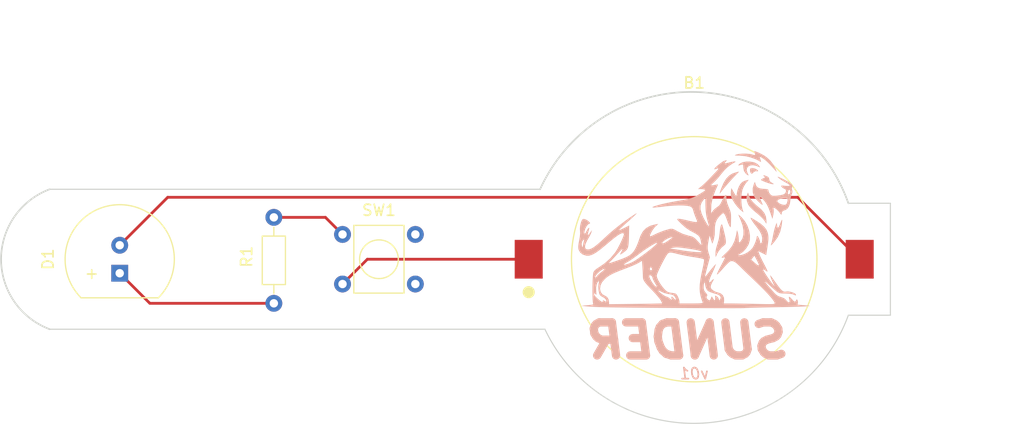
<source format=kicad_pcb>
(kicad_pcb (version 20211014) (generator pcbnew)
  (title_block (title "Simple Led Torch") (date "2022-01-30") (rev "v02") (company "SELF") (comment 1 "Author: Sunder"))
  (layers (0 "F.Cu" signal) (31 "B.Cu" signal) (34 "B.Paste" user) (35 "F.Paste" user) (36 "B.SilkS" user "B.Silkscreen") (37 "F.SilkS" user "F.Silkscreen") (38 "B.Mask" user) (39 "F.Mask" user) (44 "Edge.Cuts" user))
  (net 0 "")
  (net 1 "Net-(B1-Pad1)")
  (net 2 "Net-(B1-Pad2)")
  (net 3 "Net-(D1-Pad1)")
  (net 4 "Net-(R1-Pad2)")
  (footprint "simple_led_torch:DPST_L6.5mm_D4.5mm" (layer "F.Cu") (at 95.885 134.62)
    (fp_text reference "SW1" (at 0 -4.445 unlocked) (layer "F.SilkS"))
    (fp_text value "DPST_Push_Button")
    (fp_rect (start -2.275 -3.075) (end 2.275 3.075) (layer "F.SilkS") (width 0.12) (fill none))
    (fp_circle (center 0 0) (end 0.725 1.6) (layer "F.SilkS") (width 0.12) (fill none))
    (pad "1" thru_hole circle (at -3.3 -2.25) (size 1.524 1.524) (drill 0.762) (layers *.Cu *.Mask) (net 4 "Net-(R1-Pad2)"))
    (pad "2" thru_hole circle (at -3.3 2.25) (size 1.524 1.524) (drill 0.762) (layers *.Cu *.Mask) (net 1 "Net-(B1-Pad1)"))
    (pad "3" thru_hole circle (at 3.3 -2.25) (size 1.524 1.524) (drill 0.762) (layers *.Cu *.Mask))
    (pad "4" thru_hole circle (at 3.3 2.25) (size 1.524 1.524) (drill 0.762) (layers *.Cu *.Mask))
  )
  (footprint "simple_led_torch:LED_L10mm_D2.54mm" (layer "F.Cu") (at 72.39 134.62 90)
    (fp_text reference "D1" (at 0 -6.5 90 unlocked) (layer "F.SilkS"))
    (fp_text value "Led")
    (fp_line (start -3.5 -3.5) (end -3.5 3.5) (layer "F.SilkS") (width 0.12))
    (fp_arc (start -3.5 -3.5) (mid 4.949747 0) (end -3.5 3.5) (layer "F.SilkS") (width 0.12))
    (pad "1" thru_hole rect (at -1.27 0 90) (size 1.524 1.524) (drill 0.762) (layers *.Cu *.Mask) (net 3 "Net-(D1-Pad1)"))
    (pad "2" thru_hole circle (at 1.27 0 90) (size 1.524 1.524) (drill 0.762) (layers *.Cu *.Mask) (net 2 "Net-(B1-Pad2)"))
  )
  (footprint "simple_led_torch:2032_Battery_Holder" (layer "F.Cu") (at 124.46 134.62)
    (fp_text reference "B1" (at 0 -16 unlocked) (layer "F.SilkS"))
    (fp_text value "Battery_Cell")
    (fp_circle (center 0 0) (end 11.125 0) (layer "F.SilkS") (width 0.12) (fill none))
    (fp_circle (center -15 2.99) (end -14.5 2.99) (layer "F.SilkS") (width 0.1) (fill solid))
    (pad "1" smd rect (at -15 0) (size 2.54 3.51) (layers "F.Cu" "F.Paste" "F.Mask") (net 1 "Net-(B1-Pad1)"))
    (pad "2" smd rect (at 15 0) (size 2.54 3.51) (layers "F.Cu" "F.Paste" "F.Mask") (net 2 "Net-(B1-Pad2)"))
  )
  (footprint "simple_led_torch:R_Axial_L8mm_D2.5mm_Horizontal" (layer "F.Cu") (at 86.36 138.62 90)
    (fp_text reference "R1" (at 4.23 -2.47 90 unlocked) (layer "F.SilkS"))
    (fp_text value "330")
    (fp_line (start 6.1 0) (end 6.9 0) (layer "F.SilkS") (width 0.12))
    (fp_line (start 1.7 0) (end 0.9 0) (layer "F.SilkS") (width 0.12))
    (fp_rect (start 1.7 -1.05) (end 6.1 1.05) (layer "F.SilkS") (width 0.12) (fill none))
    (pad "1" thru_hole circle (at 0 0 90) (size 1.524 1.524) (drill 0.762) (layers *.Cu *.Mask) (net 3 "Net-(D1-Pad1)"))
    (pad "2" thru_hole circle (at 7.8 0 90) (size 1.524 1.524) (drill 0.762) (layers *.Cu *.Mask) (net 4 "Net-(R1-Pad2)"))
  )
  (footprint "Logo:Lion_Logo" (layer "B.Cu") (at 125 132 180)
    (fp_text reference "G***")
    (fp_text value "LOGO" hide)
    (fp_poly (pts (xy -2.356583 6.360018) (xy -2.235998 6.32509) (xy -2.191421 6.318719) (xy -2.104896 6.28074) (xy -1.955511 6.182471) (xy -1.773332 6.047411) (xy -1.588423 5.899059) (xy -1.430849 5.760915) (xy -1.330676 5.656479) (xy -1.315816 5.634322) (xy -1.278221 5.547919) (xy -1.318059 5.537079) (xy -1.409985 5.568873) (xy -1.58008 5.622313) (xy -1.65035 5.61216) (xy -1.621471 5.533907) (xy -1.494123 5.383046) (xy -1.445619 5.332048) (xy -1.258861 5.137253) (xy -1.031834 4.898484) (xy -0.809662 4.663218) (xy -0.78202 4.633802) (xy -0.564089 4.411909) (xy -0.33196 4.191642) (xy -0.130647 4.015477) (xy -0.103865 3.993872) (xy 0.198921 3.753694) (xy -0.041303 3.749297) (xy -0.23192 3.734472) (xy -0.384493 3.70389) (xy -0.399373 3.698624) (xy -0.451091 3.663425) (xy -0.428078 3.61263) (xy -0.316581 3.528896) (xy -0.211688 3.461976) (xy 0.078983 3.283445) (xy 0.324608 3.142652) (xy 0.548787 3.03165) (xy 0.775124 2.942495) (xy 1.027219 2.867242) (xy 1.328675 2.797944) (xy 1.703093 2.726655) (xy 2.174076 2.645431) (xy 2.253509 2.632068) (xy 2.636842 2.562754) (xy 3.013611 2.485776) (xy 3.369474 2.405166) (xy 3.690092 2.324956) (xy 3.961124 2.24918) (xy 4.16823 2.181869) (xy 4.297069 2.127056) (xy 4.333301 2.088773) (xy 4.262585 2.071054) (xy 4.25021 2.070598) (xy 4.097719 2.076476) (xy 3.857032 2.097079) (xy 3.563755 2.128987) (xy 3.311786 2.160809) (xy 2.836996 2.214163) (xy 2.365395 2.248003) (xy 1.919851 2.26223) (xy 1.523231 2.256746) (xy 1.198401 2.231451) (xy 0.968229 2.186246) (xy 0.926469 2.171118) (xy 0.769049 2.084675) (xy 0.679827 1.964527) (xy 0.628602 1.803377) (xy 0.560198 1.569357) (xy 0.45475 1.27871) (xy 0.30303 0.906347) (xy 0.270193 0.82894) (xy 0.284784 0.770354) (xy 0.399601 0.754149) (xy 0.619375 0.780747) (xy 0.948836 0.850572) (xy 1.19297 0.91128) (xy 1.473941 0.977733) (xy 1.726438 1.026509) (xy 1.915346 1.051365) (xy 1.984994 1.052044) (xy 2.057993 1.038971) (xy 2.084406 1.010233) (xy 2.054385 0.949148) (xy 1.958084 0.839036) (xy 1.785654 0.663219) (xy 1.711922 0.589489) (xy 1.371301 0.280543) (xy 1.015951 0.030392) (xy 0.691175 -0.151468) (xy 0.395025 -0.312799) (xy 0.192694 -0.452622) (xy 0.062457 -0.597448) (xy -0.017408 -0.773789) (xy -0.068624 -1.008155) (xy -0.081807 -1.094828) (xy -0.11781 -1.345074) (xy 0.238263 -0.960258) (xy 0.420957 -0.768597) (xy 0.562587 -0.646565) (xy 0.634257 -0.607852) (xy 2.471182 -0.607852) (xy 2.627586 -0.733587) (xy 2.889756 -0.931461) (xy 3.115186 -1.077109) (xy 3.289917 -1.163938) (xy 3.399989 -1.185355) (xy 3.415033 -1.161158) (xy 3.904018 -1.161158) (xy 3.981097 -1.258517) (xy 4.13336 -1.406506) (xy 4.347949 -1.593443) (xy 4.612004 -1.807646) (xy 4.912667 -2.037434) (xy 4.942365 -2.059428) (xy 5.322569 -2.338039) (xy 5.622226 -2.551444) (xy 5.859659 -2.711117) (xy 6.053194 -2.828531) (xy 6.221155 -2.915161) (xy 6.381867 -2.982481) (xy 6.463505 -3.011889) (xy 6.721435 -3.0927) (xy 6.872234 -3.121687) (xy 6.913492 -3.100757) (xy 6.842801 -3.031817) (xy 6.657751 -2.916776) (xy 6.61426 -2.892503) (xy 6.391571 -2.757387) (xy 6.110626 -2.568952) (xy 5.809618 -2.353588) (xy 5.561655 -2.165252) (xy 5.288054 -1.959025) (xy 4.991667 -1.749923) (xy 4.693586 -1.551255) (xy 4.4149 -1.376332) (xy 4.176702 -1.238462) (xy 4.000082 -1.150956) (xy 3.914981 -1.126109) (xy 3.904018 -1.161158) (xy 3.415033 -1.161158) (xy 3.431442 -1.134765) (xy 3.42551 -1.110468) (xy 3.345665 -1.007841) (xy 3.18791 -0.885265) (xy 2.991287 -0.767263) (xy 2.794838 -0.678357) (xy 2.690148 -0.648584) (xy 2.471182 -0.607852) (xy 0.634257 -0.607852) (xy 0.704688 -0.569808) (xy 0.888797 -0.51397) (xy 1.068299 -0.473561) (xy 1.586393 -0.310321) (xy 2.030362 -0.093525) (xy 2.269162 0.039177) (xy 2.43396 0.116871) (xy 2.557822 0.149299) (xy 2.673813 0.146202) (xy 2.776348 0.12624) (xy 3.283567 -0.019919) (xy 3.820227 -0.229513) (xy 4.120035 -0.370812) (xy 4.318766 -0.465414) (xy 4.470416 -0.52691) (xy 4.544587 -0.5431) (xy 4.546397 -0.541945) (xy 4.549437 -0.459089) (xy 4.493317 -0.307336) (xy 4.394974 -0.117112) (xy 4.271345 0.081158) (xy 4.139367 0.257046) (xy 4.04805 0.353316) (xy 3.79431 0.582555) (xy 4.07117 0.538589) (xy 4.526212 0.41869) (xy 4.895921 0.213157) (xy 5.188087 -0.085112) (xy 5.410501 -0.483223) (xy 5.515288 -0.778263) (xy 5.61795 -1.075995) (xy 5.751686 -1.402429) (xy 5.864089 -1.639905) (xy 6.009272 -1.884353) (xy 6.177746 -2.0846) (xy 6.390484 -2.255287) (xy 6.668457 -2.411052) (xy 7.032639 -2.566533) (xy 7.367068 -2.689) (xy 7.733301 -2.817418) (xy 7.993074 -2.906533) (xy 8.158407 -2.957266) (xy 8.241322 -2.970537) (xy 8.25384 -2.947264) (xy 8.207983 -2.888368) (xy 8.115772 -2.794768) (xy 8.063025 -2.742239) (xy 7.881592 -2.55489) (xy 7.663767 -2.321756) (xy 7.455092 -2.091619) (xy 7.444828 -2.080065) (xy 7.280537 -1.901381) (xy 7.144937 -1.765797) (xy 7.060791 -1.695673) (xy 7.048469 -1.690711) (xy 7.046375 -1.738242) (xy 7.096909 -1.862045) (xy 7.154376 -1.972172) (xy 7.233567 -2.119854) (xy 7.255351 -2.19078) (xy 7.20837 -2.18558) (xy 7.081263 -2.104883) (xy 6.913054 -1.985528) (xy 6.759454 -1.867006) (xy 6.646406 -1.749917) (xy 6.567139 -1.612515) (xy 6.514881 -1.433056) (xy 6.482863 -1.189791) (xy 6.464313 -0.860977) (xy 6.454409 -0.512485) (xy 6.432475 0.445228) (xy 6.882501 0.218599) (xy 7.094472 0.116523) (xy 7.260065 0.045545) (xy 7.35112 0.017449) (xy 7.359548 0.018989) (xy 7.324851 0.067493) (xy 7.21134 0.183308) (xy 7.034507 0.351513) (xy 6.809845 0.557191) (xy 6.6806 0.672811) (xy 6.422247 0.90408) (xy 6.1886 1.116718) (xy 5.999962 1.291993) (xy 5.876636 1.411171) (xy 5.849507 1.439646) (xy 5.724384 1.579679) (xy 5.915776 1.462376) (xy 6.335217 1.188622) (xy 6.809408 0.851504) (xy 7.305182 0.476685) (xy 7.789368 0.089829) (xy 8.228798 -0.2834) (xy 8.537563 -0.566164) (xy 8.947609 -0.951099) (xy 9.28687 -1.249314) (xy 9.56618 -1.468923) (xy 9.796375 -1.618041) (xy 9.988291 -1.704783) (xy 10.092721 -1.730782) (xy 10.292515 -1.724811) (xy 10.408055 -1.633312) (xy 10.438952 -1.463618) (xy 10.384812 -1.223063) (xy 10.245244 -0.918979) (xy 10.213529 -0.864918) (xy 10.514568 -0.864918) (xy 10.534037 -0.938424) (xy 10.574111 -1.106404) (xy 10.612787 -1.312937) (xy 10.617288 -1.341381) (xy 10.643696 -1.490608) (xy 10.66689 -1.528603) (xy 10.699174 -1.46829) (xy 10.710237 -1.439013) (xy 10.73895 -1.262085) (xy 10.727657 -1.118581) (xy 10.664039 -0.959945) (xy 10.589317 -0.864545) (xy 10.520815 -0.819222) (xy 10.514568 -0.864918) (xy 10.213529 -0.864918) (xy 10.145196 -0.748438) (xy 10.015287 -0.524214) (xy 9.910946 -0.314949) (xy 9.853484 -0.163643) (xy 9.851784 -0.156404) (xy 9.810594 0.03128) (xy 9.936433 -0.165219) (xy 10.039811 -0.308157) (xy 10.129064 -0.402172) (xy 10.138975 -0.409123) (xy 10.183333 -0.413004) (xy 10.186566 -0.336519) (xy 10.147078 -0.166856) (xy 10.081606 0.051076) (xy 10.051461 0.195231) (xy 10.075251 0.240868) (xy 10.139273 0.194737) (xy 10.229829 0.063588) (xy 10.290621 -0.051905) (xy 10.391519 -0.232441) (xy 10.462461 -0.30245) (xy 10.496285 -0.26094) (xy 10.48583 -0.106922) (xy 10.480774 -0.078202) (xy 10.405309 0.171056) (xy 10.287109 0.392335) (xy 10.148864 0.54888) (xy 10.063958 0.597018) (xy 9.980936 0.630038) (xy 9.979964 0.675806) (xy 10.06292 0.771909) (xy 10.073244 0.782903) (xy 10.252661 0.932216) (xy 10.438651 1.020944) (xy 10.59651 1.035774) (xy 10.658861 1.007531) (xy 10.744855 0.879039) (xy 10.82064 0.667721) (xy 10.87673 0.415874) (xy 10.90364 0.165793) (xy 10.892797 -0.035574) (xy 10.878605 -0.260969) (xy 10.908502 -0.573627) (xy 10.966322 -0.903579) (xy 11.023128 -1.211412) (xy 11.050228 -1.430821) (xy 11.049554 -1.594437) (xy 11.02304 -1.734894) (xy 11.016838 -1.756365) (xy 10.879088 -2.009263) (xy 10.647506 -2.192441) (xy 10.339935 -2.292614) (xy 10.286985 -2.299814) (xy 10.083716 -2.298809) (xy 9.866539 -2.245233) (xy 9.621358 -2.131213) (xy 9.33408 -1.948879) (xy 8.990608 -1.690359) (xy 8.576847 -1.347783) (xy 8.566827 -1.339225) (xy 8.127244 -0.969305) (xy 7.769124 -0.681789) (xy 7.4844 -0.471674) (xy 7.265006 -0.333957) (xy 7.102873 -0.263633) (xy 6.989936 -0.2557) (xy 6.918127 -0.305154) (xy 6.912756 -0.313291) (xy 6.918237 -0.401977) (xy 6.974579 -0.575648) (xy 7.070624 -0.810622) (xy 7.195211 -1.083214) (xy 7.337181 -1.369739) (xy 7.485375 -1.646514) (xy 7.628635 -1.889854) (xy 7.721447 -2.02964) (xy 8.148831 -2.536341) (xy 8.667748 -2.997597) (xy 9.15784 -3.332683) (xy 9.424982 -3.509282) (xy 9.593138 -3.664467) (xy 9.673973 -3.794973) (xy 9.701642 -3.921691) (xy 9.724433 -4.142959) (xy 9.742196 -4.436278) (xy 9.754785 -4.779146) (xy 9.762051 -5.149064) (xy 9.763845 -5.523531) (xy 9.76002 -5.880047) (xy 9.750428 -6.19611) (xy 9.734919 -6.449221) (xy 9.713347 -6.616878) (xy 9.692924 -6.673185) (xy 9.701707 -6.710386) (xy 9.813727 -6.743358) (xy 10.037589 -6.774055) (xy 10.209057 -6.790466) (xy 10.791872 -6.841065) (xy 10.416503 -6.885096) (xy 10.22244 -6.902762) (xy 9.935197 -6.922402) (xy 9.586657 -6.942135) (xy 9.208703 -6.960078) (xy 9.008867 -6.968163) (xy 8.789588 -6.974547) (xy 8.468749 -6.981165) (xy 8.056373 -6.987949) (xy 7.562484 -6.994835) (xy 6.997107 -7.001755) (xy 6.370263 -7.008644) (xy 5.691978 -7.015436) (xy 4.972274 -7.022064) (xy 4.221176 -7.028463) (xy 3.448706 -7.034566) (xy 2.664889 -7.040307) (xy 1.879748 -7.04562) (xy 1.103307 -7.050439) (xy 0.345589 -7.054697) (xy -0.383382 -7.05833) (xy -1.073583 -7.06127) (xy -1.714989 -7.063451) (xy -2.297577 -7.064808) (xy -2.811324 -7.065274) (xy -3.246205 -7.064783) (xy -3.592198 -7.063269) (xy -3.839279 -7.060666) (xy -3.977424 -7.056908) (xy -4.003941 -7.053998) (xy -4.071171 -7.046598) (xy -4.250383 -7.037731) (xy -4.528448 -7.027767) (xy -4.892239 -7.017077) (xy -5.328628 -7.00603) (xy -5.824488 -6.994996) (xy -6.366689 -6.984344) (xy -6.662808 -6.979076) (xy -7.238689 -6.968253) (xy -7.787533 -6.956152) (xy -8.294063 -6.94324) (xy -8.743002 -6.929982) (xy -9.119074 -6.916845) (xy -9.407002 -6.904294) (xy -9.59151 -6.892797) (xy -9.634483 -6.888395) (xy -9.978571 -6.842812) (xy -9.403006 -6.791906) (xy -8.82744 -6.741001) (xy -8.857289 -6.576782) (xy -8.856962 -6.451407) (xy -8.82426 -6.335237) (xy -8.775976 -6.264068) (xy -8.728903 -6.273698) (xy -8.72156 -6.287439) (xy -8.649282 -6.427566) (xy -8.579637 -6.474149) (xy -8.487508 -6.42519) (xy -8.347779 -6.278694) (xy -8.328093 -6.256158) (xy -8.16556 -6.085919) (xy -8.066992 -6.021711) (xy -8.033137 -6.06355) (xy -8.064743 -6.211454) (xy -8.077934 -6.250753) (xy -8.115695 -6.430632) (xy -8.084472 -6.5174) (xy -8.026989 -6.53857) (xy -7.944723 -6.491389) (xy -7.820209 -6.362555) (xy -7.713021 -6.234471) (xy -7.613241 -6.166094) (xy -7.436939 -6.089002) (xy -7.293494 -6.041358) (xy -7.140787 -5.990794) (xy -7.012148 -5.926858) (xy -6.884194 -5.830708) (xy -6.733544 -5.683505) (xy -6.536813 -5.466408) (xy -6.433784 -5.348664) (xy -6.168659 -5.040346) (xy -5.988929 -4.82218) (xy -5.894244 -4.693192) (xy -5.884254 -4.652409) (xy -5.958609 -4.698857) (xy -6.116959 -4.831564) (xy -6.310179 -5.004927) (xy -6.594417 -5.264335) (xy -6.806968 -5.45263) (xy -6.970117 -5.581316) (xy -7.106146 -5.661897) (xy -7.237337 -5.705877) (xy -7.385975 -5.724761) (xy -7.574342 -5.730052) (xy -7.717534 -5.731511) (xy -8.080064 -5.747478) (xy -8.338688 -5.78683) (xy -8.495017 -5.8426) (xy -8.641004 -5.903116) (xy -8.692333 -5.883271) (xy -8.651143 -5.781984) (xy -8.642569 -5.768202) (xy -8.542189 -5.693146) (xy -8.363512 -5.620943) (xy -8.152951 -5.564608) (xy -7.956919 -5.53716) (xy -7.843897 -5.544193) (xy -7.698102 -5.566843) (xy -7.567682 -5.54653) (xy -7.436414 -5.4705) (xy -7.288074 -5.325995) (xy -7.106439 -5.100261) (xy -6.878503 -4.785104) (xy -6.694906 -4.526865) (xy -6.537518 -4.309793) (xy -6.419888 -4.152247) (xy -6.355565 -4.072586) (xy -6.348172 -4.066503) (xy -6.349587 -4.11842) (xy -6.391085 -4.253715) (xy -6.461321 -4.4417) (xy -6.548946 -4.651689) (xy -6.628025 -4.823325) (xy -6.761939 -5.098769) (xy -6.601237 -4.911084) (xy -6.463227 -4.738553) (xy -6.30263 -4.520481) (xy -6.135006 -4.280342) (xy -5.975913 -4.041613) (xy -5.840911 -3.827768) (xy -5.745559 -3.662283) (xy -5.705415 -3.568632) (xy -5.705608 -3.559776) (xy -5.762285 -3.550179) (xy -5.874986 -3.611477) (xy -5.90122 -3.631215) (xy -6.024062 -3.713363) (xy -6.101542 -3.738687) (xy -6.10744 -3.735582) (xy -6.092436 -3.671142) (xy -6.027529 -3.519903) (xy -5.923218 -3.304643) (xy -5.823951 -3.113341) (xy -5.315478 -3.113341) (xy -5.304239 -3.182601) (xy -5.217233 -3.155167) (xy -5.052757 -3.033225) (xy -4.925044 -2.923467) (xy -4.626196 -2.658867) (xy -4.771684 -2.479543) (xy -4.917171 -2.300219) (xy -5.117453 -2.675985) (xy -5.252649 -2.945198) (xy -5.315478 -3.113341) (xy -5.823951 -3.113341) (xy -5.793929 -3.055483) (xy -5.645368 -2.769495) (xy -5.510406 -2.49567) (xy -5.405727 -2.268662) (xy -5.354596 -2.142914) (xy -5.261152 -1.878065) (xy -5.622176 -2.060309) (xy -5.983199 -2.242553) (xy -6.089021 -1.574848) (xy -6.146378 -1.190839) (xy -6.179386 -0.899518) (xy -6.188801 -0.670996) (xy -6.175383 -0.475384) (xy -6.139889 -0.282792) (xy -6.123494 -0.214937) (xy -6.004204 0.068131) (xy -5.78648 0.343604) (xy -5.461527 0.620662) (xy -5.083128 0.871116) (xy -4.863405 1.00088) (xy -4.690216 1.097411) (xy -4.586441 1.148281) (xy -4.566995 1.151463) (xy -4.605146 1.040212) (xy -4.708391 0.860438) (xy -4.859916 0.638207) (xy -5.042906 0.399584) (xy -5.085242 0.348047) (xy -5.366856 -0.028585) (xy -5.544149 -0.362519) (xy -5.623071 -0.67018) (xy -5.609576 -0.967991) (xy -5.59111 -1.047907) (xy -5.537127 -1.158745) (xy -5.477099 -1.184876) (xy -5.443585 -1.115717) (xy -5.442857 -1.096094) (xy -5.420007 -0.971227) (xy -5.363678 -0.807145) (xy -5.2922 -0.646323) (xy -5.223906 -0.531239) (xy -5.185818 -0.500493) (xy -5.134608 -0.550405) (xy -5.130049 -0.58298) (xy -5.100343 -0.768098) (xy -5.022491 -1.015538) (xy -4.913395 -1.280735) (xy -4.789955 -1.519126) (xy -4.752082 -1.579615) (xy -4.561464 -1.79429) (xy -4.302406 -1.990732) (xy -4.014802 -2.145685) (xy -3.738548 -2.235894) (xy -3.602939 -2.249452) (xy -3.409606 -2.246687) (xy -3.634807 -2.12766) (xy -3.911329 -1.926932) (xy -4.169322 -1.640688) (xy -4.374914 -1.30759) (xy -4.399842 -1.25441) (xy -4.504271 -0.878488) (xy -4.514299 -0.456424) (xy -4.437845 -0.014095) (xy -4.282824 0.422618) (xy -4.057154 0.827838) (xy -3.768751 1.175687) (xy -3.614997 1.311042) (xy -3.449401 1.4413) (xy -3.672338 0.926856) (xy -3.838276 0.455872) (xy -3.920658 0.012716) (xy -3.919854 -0.386747) (xy -3.836238 -0.726654) (xy -3.670181 -0.991138) (xy -3.626323 -1.034301) (xy -3.555687 -1.091847) (xy -3.518587 -1.085511) (xy -3.503402 -0.994641) (xy -3.49864 -0.807357) (xy -3.480393 -0.556428) (xy -3.439737 -0.309989) (xy -3.416137 -0.218966) (xy -3.338442 0.03128) (xy -3.260117 -0.406651) (xy -3.120075 -0.943324) (xy -2.897642 -1.404963) (xy -2.575667 -1.822907) (xy -2.376623 -2.021006) (xy -2.188099 -2.199438) (xy -2.040399 -2.346628) (xy -1.953742 -2.442031) (xy -1.939409 -2.465323) (xy -1.990961 -2.481648) (xy -2.095813 -2.465592) (xy -2.211557 -2.450643) (xy -2.252217 -2.46917) (xy -2.224356 -2.537533) (xy -2.148186 -2.693883) (xy -2.03482 -2.916096) (xy -1.895373 -3.182047) (xy -1.871638 -3.226703) (xy -1.73054 -3.499802) (xy -1.616745 -3.735717) (xy -1.540754 -3.911479) (xy -1.51307 -4.004118) (xy -1.513749 -4.009474) (xy -1.560256 -3.990965) (xy -1.671364 -3.891996) (xy -1.831322 -3.728025) (xy -2.024379 -3.514507) (xy -2.061341 -3.472106) (xy -2.272591 -3.237012) (xy -2.467813 -3.03521) (xy -2.626252 -2.887155) (xy -2.727149 -2.813299) (xy -2.732038 -2.811238) (xy -2.898689 -2.786344) (xy -3.080966 -2.842009) (xy -3.294599 -2.986603) (xy -3.555317 -3.228494) (xy -3.597574 -3.27174) (xy -3.758166 -3.433404) (xy -3.989881 -3.660928) (xy -4.272458 -3.934706) (xy -4.585632 -4.235131) (xy -4.909143 -4.542597) (xy -4.986237 -4.615414) (xy -5.41645 -5.0296) (xy -5.801485 -5.416888) (xy -6.132965 -5.767843) (xy -6.402512 -6.073032) (xy -6.601749 -6.323019) (xy -6.722299 -6.508369) (xy -6.75665 -6.609264) (xy -6.748168 -6.640307) (xy -6.713544 -6.663798) (xy -6.639015 -6.68026) (xy -6.510814 -6.690219) (xy -6.315177 -6.694199) (xy -6.038339 -6.692725) (xy -5.666535 -6.686322) (xy -5.186 -6.675514) (xy -5.083128 -6.673051) (xy -4.596505 -6.661903) (xy -4.113868 -6.651888) (xy -3.660703 -6.643458) (xy -3.262497 -6.637064) (xy -2.944736 -6.633159) (xy -2.774303 -6.632135) (xy -2.139 -6.631528) (xy -2.172006 -6.385449) (xy -2.157637 -6.107984) (xy -2.130664 -6.051253) (xy -1.857845 -6.051253) (xy -1.84988 -6.157299) (xy -1.813586 -6.240772) (xy -1.754236 -6.350593) (xy -1.722575 -6.354214) (xy -1.703085 -6.287439) (xy -1.647719 -6.141197) (xy -1.609374 -6.080698) (xy -1.496069 -5.979573) (xy -1.437617 -5.942655) (xy -1.363647 -5.920239) (xy -1.35273 -5.986625) (xy -1.361363 -6.038869) (xy -1.368345 -6.202364) (xy -1.349477 -6.298523) (xy -1.312378 -6.349632) (xy -1.258047 -6.311604) (xy -1.179316 -6.193255) (xy -1.050219 -5.980972) (xy -0.962893 -6.18866) (xy -0.899043 -6.322262) (xy -0.8412 -6.357706) (xy -0.751492 -6.314012) (xy -0.734951 -6.303137) (xy -0.612227 -6.1807) (xy -0.570143 -6.049773) (xy -0.619501 -5.947866) (xy -0.630462 -5.940355) (xy -0.657836 -5.882271) (xy -0.602868 -5.776649) (xy -0.511494 -5.664795) (xy -0.380132 -5.48813) (xy -0.323312 -5.315942) (xy -0.313766 -5.143513) (xy -0.326696 -4.94649) (xy -0.358204 -4.793233) (xy -0.375369 -4.75468) (xy -0.418812 -4.712108) (xy -0.435613 -4.777716) (xy -0.436973 -4.831616) (xy -0.461219 -5.000747) (xy -0.52009 -5.205104) (xy -0.537647 -5.251609) (xy -0.617228 -5.409691) (xy -0.725932 -5.513624) (xy -0.905572 -5.599949) (xy -0.959938 -5.620642) (xy -1.184232 -5.698205) (xy -1.394485 -5.761665) (xy -1.47935 -5.782889) (xy -1.656588 -5.851795) (xy -1.786444 -5.94715) (xy -1.857845 -6.051253) (xy -2.130664 -6.051253) (xy -2.047461 -5.876252) (xy -1.858255 -5.716134) (xy -1.703899 -5.663279) (xy -1.43557 -5.584474) (xy -1.199397 -5.463203) (xy -1.027814 -5.319722) (xy -0.957384 -5.197076) (xy -0.961298 -5.02793) (xy -1.051321 -4.802071) (xy -1.084485 -4.740464) (xy -1.196461 -4.531224) (xy -1.239761 -4.422752) (xy -1.212956 -4.410301) (xy -1.114617 -4.489121) (xy -1.032266 -4.566995) (xy -0.901598 -4.690668) (xy -0.837151 -4.733174) (xy -0.815516 -4.700653) (xy -0.8133 -4.624424) (xy -0.839907 -4.496629) (xy -0.910489 -4.296078) (xy -1.011191 -4.06097) (xy -1.039011 -4.002176) (xy -1.158504 -3.745708) (xy -1.266843 -3.497566) (xy -1.34315 -3.305825) (xy -1.350687 -3.284483) (xy -1.436651 -3.034237) (xy -1.210519 -3.284483) (xy -1.051588 -3.469918) (xy -0.863944 -3.702449) (xy -0.711159 -3.901341) (xy -0.58077 -4.066902) (xy -0.484214 -4.171608) (xy -0.439197 -4.196691) (xy -0.437931 -4.190977) (xy -0.453297 -4.104998) (xy -0.495432 -3.92271) (xy -0.558392 -3.668576) (xy -0.636234 -3.367058) (xy -0.659944 -3.277259) (xy -0.814435 -2.695002) (xy -0.351581 -2.695002) (xy -0.341204 -2.854842) (xy -0.297057 -3.111291) (xy -0.229733 -3.42369) (xy -0.101842 -4.014348) (xy -0.012272 -4.508009) (xy 0.038972 -4.926785) (xy 0.051886 -5.292792) (xy 0.026463 -5.628143) (xy -0.0373 -5.954953) (xy -0.139409 -6.295336) (xy -0.230443 -6.545035) (xy -0.223743 -6.577116) (xy -0.165202 -6.600438) (xy -0.039619 -6.616267) (xy 0.16821 -6.625873) (xy 0.473485 -6.630523) (xy 0.806607 -6.631528) (xy 1.876847 -6.631528) (xy 1.876847 -6.627707) (xy 3.444733 -6.627707) (xy 4.209189 -6.645258) (xy 4.490816 -6.65094) (xy 4.869341 -6.657432) (xy 5.316545 -6.664312) (xy 5.804207 -6.671158) (xy 6.304108 -6.67755) (xy 6.615887 -6.68119) (xy 8.258128 -6.699572) (xy 8.258128 -6.549762) (xy 8.282031 -6.39242) (xy 8.508374 -6.39242) (xy 8.51723 -6.468565) (xy 8.566206 -6.467044) (xy 8.664778 -6.406809) (xy 8.774485 -6.34175) (xy 8.815576 -6.349481) (xy 8.821182 -6.405367) (xy 8.838478 -6.493312) (xy 8.855147 -6.506404) (xy 8.945149 -6.465771) (xy 9.090328 -6.362023) (xy 9.259295 -6.222391) (xy 9.420662 -6.074105) (xy 9.543039 -5.944396) (xy 9.594078 -5.865379) (xy 9.610369 -5.731731) (xy 9.569008 -5.704738) (xy 9.4797 -5.79063) (xy 9.479028 -5.791513) (xy 9.430301 -5.845376) (xy 9.40793 -5.828502) (xy 9.408135 -5.722596) (xy 9.425048 -5.530404) (xy 9.430462 -5.201564) (xy 9.384158 -4.915312) (xy 9.292813 -4.702514) (xy 9.230691 -4.631929) (xy 9.182321 -4.607285) (xy 9.174045 -4.661822) (xy 9.203171 -4.815678) (xy 9.205036 -4.824) (xy 9.233184 -5.114948) (xy 9.210512 -5.449123) (xy 9.142501 -5.758009) (xy 9.126719 -5.803356) (xy 9.031904 -5.931231) (xy 8.90064 -6.018778) (xy 8.659848 -6.153557) (xy 8.529628 -6.302201) (xy 8.508374 -6.39242) (xy 8.282031 -6.39242) (xy 8.301933 -6.261417) (xy 8.427937 -6.051906) (xy 8.606243 -5.942021) (xy 8.857171 -5.800515) (xy 9.016688 -5.581023) (xy 9.071429 -5.307288) (xy 9.028562 -4.991121) (xy 8.891045 -4.706052) (xy 8.645501 -4.425336) (xy 8.617096 -4.398865) (xy 8.438269 -4.247786) (xy 8.239516 -4.110185) (xy 8.001563 -3.976335) (xy 7.705135 -3.83651) (xy 7.330958 -3.680982) (xy 6.859756 -3.500026) (xy 6.847181 -3.495336) (xy 8.666765 -3.495336) (xy 8.690088 -3.551239) (xy 8.794811 -3.656253) (xy 8.976232 -3.799801) (xy 8.98744 -3.80795) (xy 9.165996 -3.952213) (xy 9.317177 -4.099475) (xy 9.36281 -4.15458) (xy 9.455975 -4.276725) (xy 9.498095 -4.305441) (xy 9.509122 -4.250325) (xy 9.50936 -4.225084) (xy 9.460636 -4.099003) (xy 9.332733 -3.935902) (xy 9.153053 -3.764305) (xy 8.948997 -3.612737) (xy 8.883115 -3.573174) (xy 8.72954 -3.499122) (xy 8.666765 -3.495336) (xy 6.847181 -3.495336) (xy 6.768358 -3.465939) (xy 6.426585 -3.334057) (xy 6.101104 -3.199774) (xy 5.822144 -3.076159) (xy 5.619934 -2.976283) (xy 5.571179 -2.948307) (xy 5.273046 -2.764864) (xy 5.232828 -3.331452) (xy 5.214248 -3.624845) (xy 5.200214 -3.906701) (xy 5.193064 -4.127928) (xy 5.192611 -4.175939) (xy 5.184493 -4.319032) (xy 5.152659 -4.452372) (xy 5.085884 -4.592462) (xy 4.972946 -4.755803) (xy 4.802623 -4.958897) (xy 4.56369 -5.218248) (xy 4.288437 -5.505419) (xy 4.05109 -5.759296) (xy 3.838534 -6.002447) (xy 3.670166 -6.211543) (xy 3.56538 -6.363255) (xy 3.548829 -6.395011) (xy 3.444733 -6.627707) (xy 1.876847 -6.627707) (xy 1.876847 -6.48031) (xy 1.905104 -6.303487) (xy 1.908634 -6.293456) (xy 2.205841 -6.293456) (xy 2.249741 -6.30428) (xy 2.348648 -6.211024) (xy 2.388517 -6.162316) (xy 2.510019 -6.037426) (xy 2.589321 -6.013915) (xy 2.613354 -6.091269) (xy 2.599807 -6.170637) (xy 2.558464 -6.335363) (xy 2.754229 -6.170637) (xy 2.906491 -6.065083) (xy 3.039952 -6.008787) (xy 3.064699 -6.005912) (xy 3.159314 -5.972745) (xy 3.304065 -5.887928) (xy 3.469514 -5.773486) (xy 3.626224 -5.651446) (xy 3.744758 -5.543832) (xy 3.795678 -5.47267) (xy 3.792813 -5.461122) (xy 3.724456 -5.470272) (xy 3.586958 -5.530615) (xy 3.490634 -5.582896) (xy 3.235807 -5.692473) (xy 2.93394 -5.767981) (xy 2.846552 -5.780349) (xy 2.558267 -5.836295) (xy 2.368263 -5.936429) (xy 2.253173 -6.095657) (xy 2.223258 -6.177956) (xy 2.205841 -6.293456) (xy 1.908634 -6.293456) (xy 1.976904 -6.09943) (xy 2.072794 -5.90905) (xy 2.173321 -5.773255) (xy 2.231911 -5.733645) (xy 2.359788 -5.705698) (xy 2.554464 -5.672779) (xy 2.658867 -5.657654) (xy 2.845344 -5.620715) (xy 2.991534 -5.553003) (xy 3.141125 -5.428854) (xy 3.264411 -5.301963) (xy 3.444725 -5.084851) (xy 3.931744 -5.084851) (xy 3.94204 -5.119933) (xy 4.013352 -5.095078) (xy 4.062834 -5.069452) (xy 4.171161 -4.972039) (xy 4.304802 -4.799208) (xy 4.438496 -4.589988) (xy 4.546982 -4.383407) (xy 4.600629 -4.238547) (xy 4.614703 -4.10896) (xy 4.563532 -4.066791) (xy 4.555009 -4.066503) (xy 4.418452 -4.120428) (xy 4.328745 -4.247704) (xy 4.316749 -4.317301) (xy 4.285927 -4.420318) (xy 4.205451 -4.590297) (xy 4.102347 -4.774001) (xy 3.984502 -4.974614) (xy 3.931744 -5.084851) (xy 3.444725 -5.084851) (xy 3.465994 -5.059241) (xy 3.652086 -4.78696) (xy 3.805061 -4.51609) (xy 3.907293 -4.277605) (xy 3.941379 -4.112393) (xy 3.912828 -3.999591) (xy 3.835012 -3.801782) (xy 3.727082 -3.559763) (xy 4.352433 -3.559763) (xy 4.425546 -3.622845) (xy 4.48358 -3.628572) (xy 4.551912 -3.576575) (xy 4.566995 -3.507141) (xy 4.536496 -3.379771) (xy 4.465527 -3.349924) (xy 4.384882 -3.430476) (xy 4.38465 -3.430909) (xy 4.352433 -3.559763) (xy 3.727082 -3.559763) (xy 3.719691 -3.54319) (xy 3.578622 -3.248043) (xy 3.423565 -2.940566) (xy 3.266276 -2.644984) (xy 3.118515 -2.385525) (xy 3.046118 -2.267858) (xy 2.955015 -2.136606) (xy 2.865055 -2.052857) (xy 2.752608 -2.014127) (xy 2.59405 -2.017933) (xy 2.365752 -2.06179) (xy 2.044088 -2.143216) (xy 1.991906 -2.157035) (xy 1.69182 -2.228314) (xy 1.317194 -2.305022) (xy 0.917701 -2.377534) (xy 0.57274 -2.432004) (xy 0.259677 -2.481076) (xy -0.01037 -2.531115) (xy -0.212241 -2.576896) (xy -0.320777 -2.613192) (xy -0.329718 -2.619472) (xy -0.351581 -2.695002) (xy -0.814435 -2.695002) (xy -0.881958 -2.440515) (xy -0.762718 -2.04306) (xy -0.736286 -1.941857) (xy -0.125123 -1.941857) (xy -0.119596 -1.970143) (xy -0.009318 -1.982152) (xy 0.18659 -1.979275) (xy 0.449009 -1.962902) (xy 0.758819 -1.934424) (xy 1.096901 -1.895232) (xy 1.444135 -1.846716) (xy 1.657882 -1.812178) (xy 1.961497 -1.761826) (xy 2.241527 -1.718258) (xy 2.461667 -1.686969) (xy 2.565025 -1.674918) (xy 2.685182 -1.662105) (xy 2.710388 -1.647048) (xy 2.631281 -1.62094) (xy 2.465447 -1.581247) (xy 2.310839 -1.552798) (xy 2.145112 -1.541934) (xy 1.940492 -1.549759) (xy 1.669209 -1.577373) (xy 1.30349 -1.625879) (xy 1.28882 -1.627943) (xy 0.82054 -1.697429) (xy 0.461543 -1.759367) (xy 0.19647 -1.817167) (xy 0.009963 -1.874239) (xy -0.113337 -1.933993) (xy -0.125123 -1.941857) (xy -0.736286 -1.941857) (xy -0.708822 -1.836706) (xy -0.682083 -1.644667) (xy -0.683508 -1.436096) (xy -0.714101 -1.180148) (xy -0.774868 -0.845973) (xy -0.806881 -0.688178) (xy -0.852069 -0.469212) (xy -0.978764 -0.844582) (xy -1.105459 -1.219951) (xy -1.2231 -0.875862) (xy -1.318586 -0.41916) (xy -1.328384 -0.093843) (xy -1.336961 0.338116) (xy -1.34712 0.397148) (xy -0.792483 0.397148) (xy -0.791923 0.35264) (xy -0.763849 0.374069) (xy -0.709498 0.447709) (xy -0.666714 0.508519) (xy -0.549474 0.6911) (xy -0.413362 0.926769) (xy -0.319664 1.102854) (xy -0.127259 1.540021) (xy -0.031855 1.912695) (xy -0.033286 2.235213) (xy -0.131386 2.521916) (xy -0.300501 2.759288) (xy -0.469212 2.948065) (xy -0.478349 2.240412) (xy -0.500286 1.744288) (xy -0.554976 1.330603) (xy -0.616711 1.063546) (xy -0.706113 0.738875) (xy -0.764291 0.521317) (xy -0.792483 0.397148) (xy -1.34712 0.397148) (xy -1.396125 0.681905) (xy -1.514886 0.967367) (xy -1.702254 1.224345) (xy -1.738261 1.263808) (xy -1.893593 1.417939) (xy -2.024066 1.526256) (xy -2.097245 1.564039) (xy -2.181932 1.502882) (xy -2.284449 1.321897) (xy -2.402893 1.024815) (xy -2.46403 0.844581) (xy -2.545562 0.62711) (xy -2.636094 0.433127) (xy -2.674851 0.366668) (xy -2.722291 0.299606) (xy -2.754007 0.280495) (xy -2.773773 0.325751) (xy -2.785366 0.451794) (xy -2.79256 0.675038) (xy -2.796998 0.897831) (xy -2.800708 1.209163) (xy -2.793708 1.434406) (xy -2.769394 1.612528) (xy -2.721166 1.782497) (xy -2.642419 1.983278) (xy -2.593673 2.097776) (xy -2.462445 2.439987) (xy -2.393918 2.720134) (xy -2.37734 2.937023) (xy -2.374937 3.127943) (xy -2.360339 3.2145) (xy -2.322461 3.217449) (xy -2.25652 3.163253) (xy -2.169499 3.05022) (xy -2.061518 2.863029) (xy -1.965077 2.66226) (xy -1.844846 2.419134) (xy -1.720332 2.255244) (xy -1.557815 2.128214) (xy -1.52287 2.106565) (xy -1.332507 1.964914) (xy -1.171192 1.800283) (xy -1.126369 1.73764) (xy -1.045334 1.610075) (xy -1.008416 1.582622) (xy -0.995555 1.647984) (xy -0.993146 1.689162) (xy -1.013445 2.352073) (xy -1.148425 3.005061) (xy -1.401842 3.66607) (xy -1.410577 3.684653) (xy -1.509135 3.899903) (xy -1.579688 4.06679) (xy -1.61073 4.157607) (xy -1.610471 4.166048) (xy -1.543984 4.164997) (xy -1.400425 4.139733) (xy -1.343317 4.127099) (xy -1.119434 4.081743) (xy -1.009946 4.081377) (xy -1.010055 4.132933) (xy -1.114961 4.243344) (xy -1.206869 4.324207) (xy -1.383767 4.494394) (xy -1.596052 4.725846) (xy -1.806859 4.977672) (xy -1.876409 5.066911) (xy -2.184586 5.441609) (xy -2.482827 5.733152) (xy -2.807521 5.974617) (xy -3.01132 6.098494) (xy -3.163005 6.189484) (xy -3.213788 6.236556) (xy -3.173867 6.253348) (xy -3.128079 6.254661) (xy -2.979883 6.238527) (xy -2.768959 6.197143) (xy -2.627586 6.162315) (xy -2.38987 6.101064) (xy -2.257996 6.078137) (xy -2.217664 6.096902) (xy -2.254577 6.160728) (xy -2.319513 6.234894) (xy -2.407743 6.339858) (xy -2.409841 6.373293)) (layer "B.SilkS") (width 0) (fill solid))
    (fp_poly (pts (xy -7.391349 0.942232) (xy -7.333731 0.819012) (xy -7.292778 0.70787) (xy -7.215722 0.507952) (xy -7.136761 0.344064) (xy -7.104827 0.293563) (xy -7.049587 0.235183) (xy -7.014959 0.259017) (xy -6.98515 0.383263) (xy -6.974668 0.443543) (xy -6.930223 0.70661) (xy -6.81034 0.368945) (xy -6.74246 0.144213) (xy -6.669908 -0.149081) (xy -6.606082 -0.455687) (xy -6.593621 -0.524712) (xy -6.54366 -0.792503) (xy -6.493821 -1.027799) (xy -6.452415 -1.192376) (xy -6.440581 -1.22853) (xy -6.406845 -1.338849) (xy -6.408793 -1.376355) (xy -6.459465 -1.33323) (xy -6.567539 -1.220719) (xy -6.69536 -1.079188) (xy -7.033011 -0.614647) (xy -7.261848 -0.103328) (xy -7.384689 0.428691) (xy -7.415603 0.668678) (xy -7.432114 0.857658) (xy -7.431792 0.964558) (xy -7.42753 0.976575)) (layer "B.SilkS") (width 0) (fill solid))
    (fp_poly (pts (xy -5.718482 4.972867) (xy -5.782379 4.90974) (xy -5.861776 4.843574) (xy -5.862892 4.798611) (xy -5.771366 4.746979) (xy -5.677463 4.706127) (xy -5.555697 4.639417) (xy -5.506198 4.583976) (xy -5.561421 4.536422) (xy -5.70432 4.466336) (xy -5.902299 4.385701) (xy -6.122764 4.306498) (xy -6.333123 4.24071) (xy -6.50078 4.200318) (xy -6.568965 4.193285) (xy -6.668072 4.198932) (xy -6.668955 4.222189) (xy -6.565925 4.281933) (xy -6.537685 4.297066) (xy -6.36201 4.410354) (xy -6.278062 4.528997) (xy -6.257116 4.67967) (xy -6.214954 4.802537) (xy -6.074915 4.898602) (xy -6.039201 4.914276) (xy -5.854311 4.980974) (xy -5.742411 5.000417)) (layer "B.SilkS") (width 0) (fill solid))
    (fp_poly (pts (xy -4.254871 3.254853) (xy -4.19936 2.975232) (xy -4.232486 2.659479) (xy -4.347104 2.351964) (xy -4.419343 2.233772) (xy -4.546659 2.08464) (xy -4.742913 1.891464) (xy -4.976349 1.684472) (xy -5.118417 1.568298) (xy -5.360196 1.363915) (xy -5.583984 1.151169) (xy -5.75747 0.961861) (xy -5.821967 0.875862) (xy -6.005376 0.594335) (xy -6.005643 0.903031) (xy -5.95942 1.257832) (xy -5.813603 1.57898) (xy -5.558456 1.883881) (xy -5.359819 2.057517) (xy -5.02399 2.338737) (xy -4.778478 2.577249) (xy -4.605646 2.793602) (xy -4.487857 3.00835) (xy -4.442389 3.126551) (xy -4.334156 3.446263)) (layer "B.SilkS") (width 0) (fill solid))
    (fp_poly (pts (xy -4.154107 6.243664) (xy -3.8454 6.181787) (xy -3.605556 6.065991) (xy -3.528467 5.997245) (xy -3.44972 5.903998) (xy -3.459921 5.88153) (xy -3.550369 5.903754) (xy -3.713801 5.949611) (xy -3.800616 5.973882) (xy -3.866463 5.974729) (xy -3.899304 5.911509) (xy -3.909744 5.757436) (xy -3.910098 5.697395) (xy -3.965496 5.389654) (xy -4.129414 5.143543) (xy -4.326742 5.000002) (xy -4.382089 4.981679) (xy -4.377171 5.030512) (xy -4.309302 5.165365) (xy -4.301062 5.180454) (xy -4.21615 5.425139) (xy -4.236822 5.630452) (xy -4.347099 5.786653) (xy -4.531001 5.883999) (xy -4.772548 5.912749) (xy -5.05576 5.863161) (xy -5.275045 5.774215) (xy -5.392558 5.719681) (xy -5.422073 5.729308) (xy -5.390323 5.799491) (xy -5.206491 6.01759) (xy -4.924164 6.164056) (xy -4.848522 6.187029) (xy -4.49928 6.246963)) (layer "B.SilkS") (width 0) (fill solid))
    (fp_poly (pts (xy -4.898397 7.171441) (xy -4.897788 7.170858) (xy -4.902061 7.101473) (xy -4.942364 7.006896) (xy -4.989205 6.885237) (xy -4.951843 6.836235) (xy -4.819951 6.854584) (xy -4.71195 6.88851) (xy -4.486561 6.937245) (xy -4.192824 6.962618) (xy -3.87412 6.964957) (xy -3.573826 6.94459) (xy -3.335321 6.901843) (xy -3.264673 6.877582) (xy -3.166524 6.832814) (xy -3.138016 6.805951) (xy -3.193846 6.792152) (xy -3.348713 6.786575) (xy -3.546201 6.784826) (xy -4.044499 6.739808) (xy -4.565707 6.620674) (xy -5.051899 6.442396) (xy -5.246755 6.34525) (xy -5.519865 6.19433) (xy -5.489406 6.334726) (xy -5.442332 6.503577) (xy -5.410692 6.590432) (xy -5.390169 6.656083) (xy -5.421746 6.666583) (xy -5.528774 6.620332) (xy -5.616049 6.576359) (xy -5.810781 6.447986) (xy -6.058364 6.232909) (xy -6.364612 5.925629) (xy -6.73534 5.520651) (xy -6.748864 5.505418) (xy -6.9431 5.286453) (xy -6.877237 5.483463) (xy -6.679125 5.906208) (xy -6.386309 6.304569) (xy -6.028228 6.638542) (xy -6.025967 6.640252) (xy -5.825545 6.776206) (xy -5.593565 6.910383) (xy -5.357443 7.029891) (xy -5.144597 7.121833) (xy -4.982442 7.173314)) (layer "B.SilkS") (width 0) (fill solid))
    (fp_poly (pts (xy -1.919932 0.518784) (xy -1.885626 0.45721) (xy -1.837763 0.309541) (xy -1.797036 0.082669) (xy -1.771427 -0.177488) (xy -1.769686 -0.210053) (xy -1.695775 -0.762317) (xy -1.557695 -1.250125) (xy -1.448399 -1.607178) (xy -1.394594 -1.890558) (xy -1.388454 -2.119331) (xy -1.407635 -2.440044) (xy -1.519198 -2.168401) (xy -1.688471 -1.868017) (xy -1.931408 -1.576384) (xy -2.188584 -1.356981) (xy -2.273733 -1.275511) (xy -2.3224 -1.161164) (xy -2.33412 -0.996377) (xy -2.308432 -0.763585) (xy -2.244873 -0.445225) (xy -2.154704 -0.070207) (xy -2.078704 0.228942) (xy -2.02507 0.422042) (xy -1.985959 0.524468) (xy -1.953527 0.55159)) (layer "B.SilkS") (width 0) (fill solid))
    (fp_poly (pts (xy -4.546575 5.60992) (xy -4.518275 5.508401) (xy -4.515553 5.485995) (xy -4.528147 5.329508) (xy -4.586309 5.19725) (xy -4.667891 5.135294) (xy -4.684138 5.135262) (xy -4.751102 5.180482) (xy -4.839005 5.266508) (xy -4.998415 5.363151) (xy -5.104891 5.363813) (xy -5.218358 5.357416) (xy -5.255172 5.379274) (xy -5.199731 5.478786) (xy -5.060011 5.571111) (xy -4.875918 5.633764) (xy -4.780237 5.646904) (xy -4.620875 5.648172)) (layer "B.SilkS") (width 0) (fill solid))
    (fp_poly (pts (xy -4.189944 4.545603) (xy -3.989444 4.482025) (xy -3.816256 4.390565) (xy -3.65008 4.214619) (xy -3.500193 3.955246) (xy -3.387226 3.654066) (xy -3.339527 3.42873) (xy -3.309216 3.25484) (xy -3.276413 3.146698) (xy -3.260782 3.128927) (xy -3.213119 3.179877) (xy -3.126343 3.312299) (xy -3.024661 3.4879) (xy -2.827402 3.846025) (xy -2.783655 3.554304) (xy -2.77221 3.275935) (xy -2.812244 3.043408) (xy -2.939949 2.759612) (xy -3.135059 2.444087) (xy -3.36604 2.141696) (xy -3.601353 1.8973) (xy -3.6425 1.862306) (xy -3.928472 1.6288) (xy -3.833144 1.924868) (xy -3.7697 2.223242) (xy -3.737588 2.595636) (xy -3.736843 2.994922) (xy -3.767503 3.373974) (xy -3.829606 3.685664) (xy -3.831752 3.692812) (xy -3.950036 3.973271) (xy -4.11748 4.244662) (xy -4.171992 4.3134) (xy -4.407227 4.588218)) (layer "B.SilkS") (width 0) (fill solid))
    (fp_poly (pts (xy -3.315764 5.287101) (xy -2.944501 5.171977) (xy -2.627548 4.97674) (xy -2.355254 4.69081) (xy -2.117965 4.303605) (xy -1.906031 3.804546) (xy -1.869811 3.701961) (xy -1.796577 3.472552) (xy -1.773158 3.355339) (xy -1.7996 3.351228) (xy -1.855487 3.428091) (xy -1.957744 3.569035) (xy -2.12491 3.777674) (xy -2.336562 4.03019) (xy -2.572276 4.302769) (xy -2.811631 4.571594) (xy -3.034201 4.81285) (xy -3.119047 4.901551) (xy -3.534729 5.329951)) (layer "B.SilkS") (width 0) (fill solid))
    (fp_poly (pts (xy -7.018414 4.858649) (xy -7.056918 4.806908) (xy -7.081814 4.78072) (xy -7.222533 4.664463) (xy -7.431592 4.523713) (xy -7.664605 4.388273) (xy -7.67261 4.384016) (xy -7.936468 4.235132) (xy -8.083862 4.128241) (xy -8.115204 4.060663) (xy -8.030905 4.029718) (xy -7.831379 4.032726) (xy -7.725133 4.042244) (xy -7.504152 4.063075) (xy -7.384573 4.064665) (xy -7.343432 4.041508) (xy -7.357764 3.988103) (xy -7.373395 3.957954) (xy -7.48613 3.84253) (xy -7.592681 3.792711) (xy -7.741328 3.716179) (xy -7.781735 3.582078) (xy -7.751094 3.455617) (xy -7.674375 3.340621) (xy -7.530401 3.256578) (xy -7.300297 3.196343) (xy -6.96519 3.152775) (xy -6.946083 3.150975) (xy -6.715019 3.133184) (xy -6.56933 3.138461) (xy -6.47017 3.174847) (xy -6.378697 3.250379) (xy -6.355618 3.273177) (xy -6.245933 3.423286) (xy -6.194197 3.573663) (xy -6.193596 3.587387) (xy -6.185384 3.667769) (xy -6.142559 3.715775) (xy -6.037834 3.742529) (xy -5.843924 3.759156) (xy -5.76026 3.76406) (xy -5.446609 3.802255) (xy -5.231714 3.884145) (xy -5.092836 4.023516) (xy -5.011683 4.217818) (xy -4.957769 4.410591) (xy -4.856225 4.177994) (xy -4.759373 3.816139) (xy -4.767957 3.444288) (xy -4.879367 3.099234) (xy -4.940141 2.994658) (xy -5.062884 2.835448) (xy -5.222934 2.661581) (xy -5.39231 2.499505) (xy -5.543031 2.375669) (xy -5.647116 2.316521) (xy -5.659426 2.314778) (xy -5.655923 2.363985) (xy -5.605366 2.488484) (xy -5.569252 2.562532) (xy -5.490305 2.746578) (xy -5.446201 2.906264) (xy -5.442857 2.943147) (xy -5.45452 3.004376) (xy -5.501189 2.995325) (xy -5.600384 2.906504) (xy -5.698149 2.804876) (xy -5.889887 2.579329) (xy -6.048542 2.335995) (xy -6.191202 2.043086) (xy -6.334955 1.668809) (xy -6.381916 1.532758) (xy -6.551405 1.032266) (xy -6.625714 1.384922) (xy -6.660236 1.610571) (xy -6.669023 1.810984) (xy -6.658993 1.901055) (xy -6.641854 2.020126) (xy -6.658227 2.064532) (xy -6.771921 2.01921) (xy -6.927542 1.901968) (xy -7.091819 1.740893) (xy -7.203756 1.604008) (xy -7.309618 1.462755) (xy -7.362446 1.415281) (xy -7.38051 1.452547) (xy -7.382266 1.515711) (xy -7.419295 1.677837) (xy -7.544002 1.783236) (xy -7.705547 1.836835) (xy -7.885228 1.940211) (xy -8.032101 2.142454) (xy -8.132504 2.418779) (xy -8.170389 2.679993) (xy -8.177326 2.734749) (xy -7.928267 2.734749) (xy -7.879607 2.524195) (xy -7.812796 2.3788) (xy -7.716122 2.321679) (xy -7.624554 2.314778) (xy -7.427202 2.345007) (xy -7.26512 2.404495) (xy -7.114016 2.499603) (xy -7.013794 2.587994) (xy -6.99241 2.686206) (xy -7.082311 2.778503) (xy -7.269685 2.856455) (xy -7.540718 2.911632) (xy -7.544998 2.912197) (xy -7.772725 2.92119) (xy -7.897047 2.866023) (xy -7.928267 2.734749) (xy -8.177326 2.734749) (xy -8.201934 2.928976) (xy -8.259565 3.168384) (xy -8.296789 3.269438) (xy -8.362272 3.458544) (xy -8.359241 3.521545) (xy -8.169338 3.521545) (xy -8.157289 3.394878) (xy -8.130513 3.344042) (xy -8.027253 3.260654) (xy -7.960804 3.288202) (xy -7.94532 3.373208) (xy -7.967416 3.538966) (xy -8.021652 3.658671) (xy -8.072921 3.691133) (xy -8.13807 3.639256) (xy -8.169338 3.521545) (xy -8.359241 3.521545) (xy -8.355423 3.600894) (xy -8.337102 3.648813) (xy -8.304747 3.802461) (xy -8.32433 3.887545) (xy -8.366481 4.007813) (xy -8.342261 4.120883) (xy -8.240119 4.238374) (xy -8.048508 4.371904) (xy -7.755879 4.533093) (xy -7.608631 4.607579) (xy -7.325081 4.747058) (xy -7.140315 4.832727) (xy -7.042153 4.86859)) (layer "B.SilkS") (width 0) (fill solid))
  )
  (gr_arc (start 66.04 140.97) (mid 61.638952 134.62) (end 66.04 128.27) (layer "Edge.Cuts") (width 0.15))
  (gr_line (start 138.429999 139.7) (end 142.24 139.7) (layer "Edge.Cuts") (width 0.1))
  (gr_arc (start 110.49 128.27) (mid 124.889523 119.455486) (end 138.43 129.54) (layer "Edge.Cuts") (width 0.15))
  (gr_line (start 142.24 139.7) (end 142.24 129.54) (layer "Edge.Cuts") (width 0.1))
  (gr_line (start 66.04 140.97) (end 110.927431 140.97) (layer "Edge.Cuts") (width 0.1))
  (gr_line (start 66.04 128.27) (end 110.49 128.27) (layer "Edge.Cuts") (width 0.1))
  (gr_arc (start 138.429999 139.7) (mid 125.101807 149.4973) (end 110.927431 140.97) (layer "Edge.Cuts") (width 0.1))
  (gr_line (start 142.24 129.54) (end 138.43 129.54) (layer "Edge.Cuts") (width 0.1))
  (gr_text "v01" (at 124.5 145) (layer "B.SilkS") (effects (font (size 1 1) (thickness 0.15) italic) (justify mirror)))
  (gr_text "SUNDER" (at 124 142) (layer "B.SilkS") (effects (font (size 3 3) (thickness 0.75) italic) (justify mirror)))
  (gr_text "+" (at 69.85 135.89) (layer "F.SilkS") (effects (font (size 1 1))))
  (segment (start 94.835 134.62) (end 109.46 134.62) (width 0.25) (layer "F.Cu") (net 1))
  (segment (start 92.585 136.87) (end 94.835 134.62) (width 0.25) (layer "F.Cu") (net 1))
  (segment (start 72.39 133.35) (end 76.74 129) (width 0.25) (layer "F.Cu") (net 2))
  (segment (start 76.74 129) (end 133.84 129) (width 0.25) (layer "F.Cu") (net 2))
  (segment (start 133.84 129) (end 139.46 134.62) (width 0.25) (layer "F.Cu") (net 2))
  (segment (start 75.12 138.62) (end 86.36 138.62) (width 0.25) (layer "F.Cu") (net 3))
  (segment (start 72.39 135.89) (end 75.12 138.62) (width 0.25) (layer "F.Cu") (net 3))
  (segment (start 86.36 130.82) (end 91.035 130.82) (width 0.25) (layer "F.Cu") (net 4))
  (segment (start 91.035 130.82) (end 92.585 132.37) (width 0.25) (layer "F.Cu") (net 4))
)
</source>
